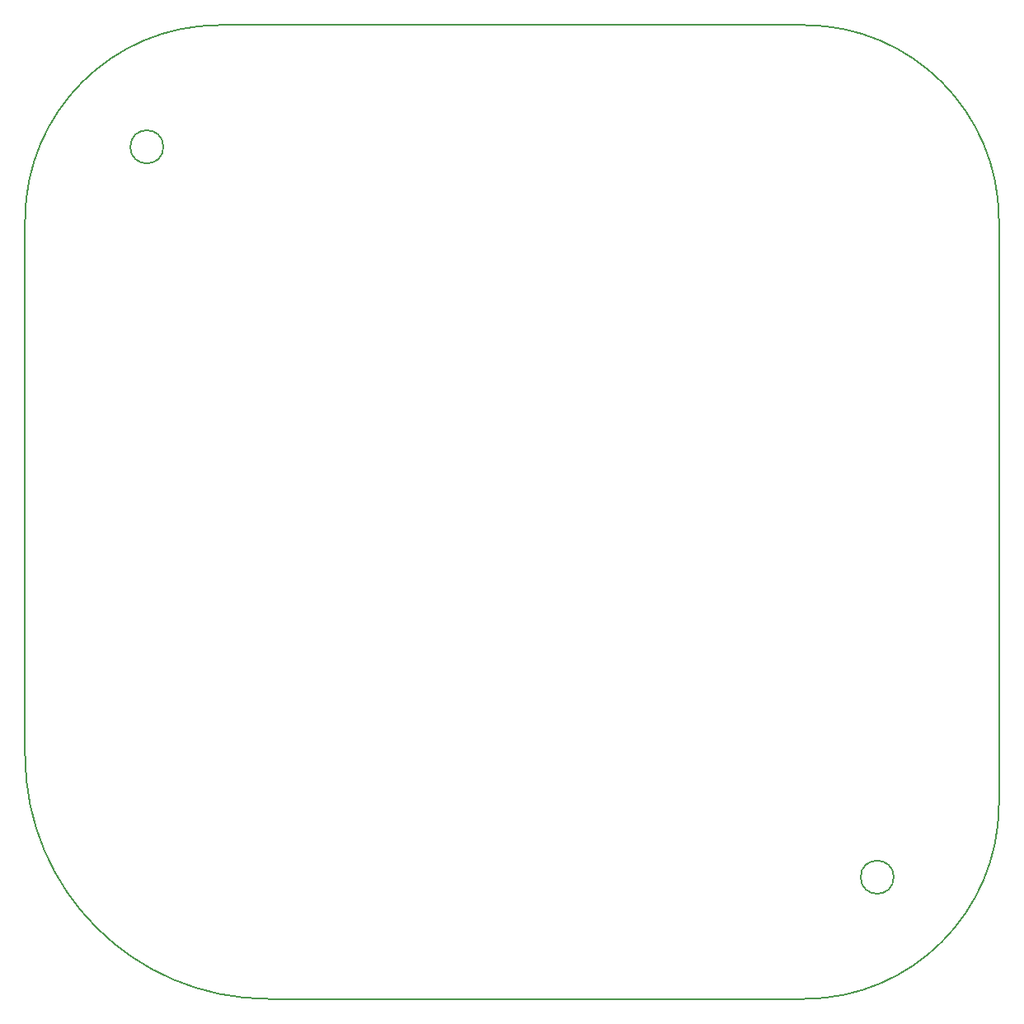
<source format=gbr>
G04 #@! TF.FileFunction,Profile,NP*
%FSLAX46Y46*%
G04 Gerber Fmt 4.6, Leading zero omitted, Abs format (unit mm)*
G04 Created by KiCad (PCBNEW 4.0.6) date 12/04/17 20:42:47*
%MOMM*%
%LPD*%
G01*
G04 APERTURE LIST*
%ADD10C,0.050000*%
%ADD11C,0.150000*%
G04 APERTURE END LIST*
D10*
D11*
X104200000Y-52500000D02*
G75*
G03X104200000Y-52500000I-1700000J0D01*
G01*
X179200000Y-127500000D02*
G75*
G03X179200000Y-127500000I-1700000J0D01*
G01*
X170000000Y-40000000D02*
X110000000Y-40000000D01*
X190000000Y-120000000D02*
X190000000Y-60000000D01*
X170000000Y-140000000D02*
G75*
G03X190000000Y-120000000I0J20000000D01*
G01*
X110000000Y-40000000D02*
G75*
G03X90000000Y-60000000I0J-20000000D01*
G01*
X190000000Y-60000000D02*
G75*
G03X170000000Y-40000000I-20000000J0D01*
G01*
X90000000Y-115000000D02*
G75*
G03X115000000Y-140000000I25000000J0D01*
G01*
X115000000Y-140000000D02*
X170000000Y-140000000D01*
X90000000Y-115000000D02*
X90000000Y-60000000D01*
M02*

</source>
